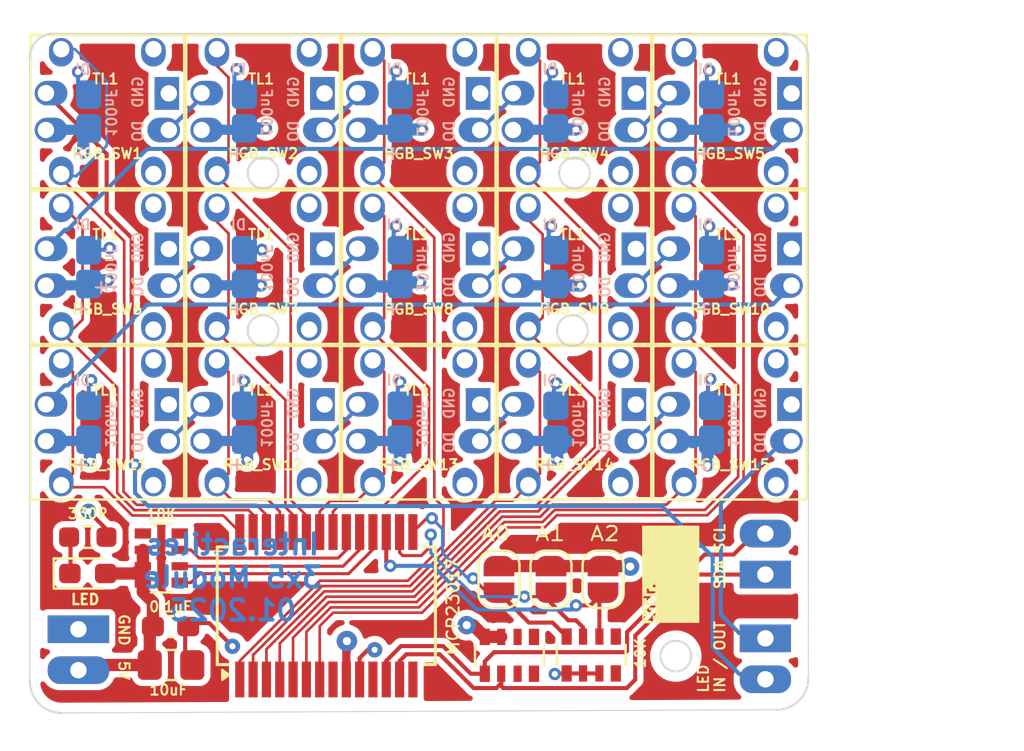
<source format=kicad_pcb>
(kicad_pcb (version 20240108) (generator "pcbnew") (generator_version "8.0")
  (layers (0 "F.Cu" signal) (1 "In1.Cu" power) (2 "In2.Cu" power) (31 "B.Cu" signal) (34 "B.Paste" user) (35 "F.Paste" user) (36 "B.SilkS" user "B.Silkscreen") (37 "F.SilkS" user "F.Silkscreen") (38 "B.Mask" user) (39 "F.Mask" user) (44 "Edge.Cuts" user))
  (net 0 "")
  (net 1 "+5V")
  (net 2 "Net-(D1-Pad1)")
  (net 3 "GND")
  (net 4 "SW2")
  (net 5 "SW5")
  (net 6 "SW8")
  (net 7 "SW10")
  (net 8 "SW9")
  (net 9 "SW15")
  (net 10 "SW12")
  (net 11 "SW11")
  (net 12 "SW1")
  (net 13 "SW6")
  (net 14 "SW4")
  (net 15 "SW3")
  (net 16 "SW14")
  (net 17 "SW13")
  (net 18 "SW7")
  (net 19 "LED_OUT")
  (net 20 "LED_IN")
  (net 21 "Net-(RGB_SW2-DIN)")
  (net 22 "Net-(RGB_SW3-DIN)")
  (net 23 "Net-(RGB_SW10-DIN)")
  (net 24 "Net-(RGB_SW4-DIN)")
  (net 25 "Net-(RGB_SW5-DIN)")
  (net 26 "Net-(RGB_SW6-DIN)")
  (net 27 "Net-(RGB_SW11-DIN)")
  (net 28 "Net-(RGB_SW8-DIN)")
  (net 29 "Net-(RGB_SW7-DIN)")
  (net 30 "Net-(RGB_SW9-DIN)")
  (net 31 "Net-(RGB_SW12-DIN)")
  (net 32 "Net-(RGB_SW13-DIN)")
  (net 33 "Net-(RGB_SW14-DIN)")
  (net 34 "Net-(RGB_SW15-DIN)")
  (net 35 "SDA")
  (net 36 "SCL")
  (net 44 "Net-(JP2-A)")
  (net 45 "Net-(JP1-A)")
  (net 46 "Net-(JP3-A)")
  (net 47 "Net-(RN2-R1.1)")
  (net 48 "Net-(RN2-R2.1)")
  (net 49 "Net-(RN2-R3.1)")
  (footprint "SilvansFootprintLibrary:TL1_RBG_Adressable_1_mini" (layer "F.Cu") (at 131.720995 60.02)
    (property "Reference" "RGB_SW4")
    (property "Value" "PLB_RGB_SW")
  )
  (footprint "SilvansFootprintLibrary:TL1_RBG_Adressable_1_mini" (layer "F.Cu") (at 124.120995 67.62)
    (property "Reference" "RGB_SW8")
    (property "Value" "PLB_RGB_SW")
  )
  (footprint "SilvansFootprintLibrary:TL1_RBG_Adressable_1_mini" (layer "F.Cu") (at 108.920995 67.62)
    (property "Reference" "RGB_SW6")
    (property "Value" "PLB_RGB_SW")
  )
  (footprint "Resistor_SMD:R_Array_Convex_4x0603" (layer "F.Cu") (at 132.540594 86.5664 90)
    (property "Reference" "RN1" (hide yes))
    (property "Value" "R_Pack04")
  )
  (footprint "Resistor_SMD:R_Array_Convex_4x0603" (layer "F.Cu") (at 128.546595 86.5808 90)
    (property "Reference" "RN3" (hide yes))
    (property "Value" "R_Pack04")
  )
  (footprint "SilvansFootprintLibrary:TL1_RBG_Adressable_1_mini" (layer "F.Cu") (at 139.320995 67.62)
    (property "Reference" "RGB_SW10")
    (property "Value" "PLB_RGB_SW")
  )
  (footprint "SilvansFootprintLibrary:TL1_RBG_Adressable_1_mini" (layer "F.Cu") (at 131.720995 67.62)
    (property "Reference" "RGB_SW9")
    (property "Value" "PLB_RGB_SW")
  )
  (footprint "Capacitor_SMD:C_0603_1608Metric_Pad1.08x0.95mm_HandSolder" (layer "F.Cu") (at 112.005499 85.1752)
    (property "Reference" "0.1uF")
    (property "Value" "0.1uF")
  )
  (footprint "SilvansFootprintLibrary:TL1_RBG_Adressable_1_mini" (layer "F.Cu") (at 139.320995 60.02)
    (property "Reference" "RGB_SW5")
    (property "Value" "PLB_RGB_SW")
  )
  (footprint "SilvansFootprintLibrary:TL1_RBG_Adressable_1_mini" (layer "F.Cu") (at 131.720995 75.22)
    (property "Reference" "RGB_SW14")
    (property "Value" "PLB_RGB_SW")
  )
  (footprint "SilvansFootprintLibrary:TL1_RBG_Adressable_1_mini" (layer "F.Cu") (at 139.320995 75.22)
    (property "Reference" "RGB_SW15")
    (property "Value" "PLB_RGB_SW")
  )
  (footprint "Resistor_SMD:R_0603_1608Metric_Pad0.98x0.95mm_HandSolder" (layer "F.Cu") (at 107.964995 80.8064)
    (property "Reference" "R1" (hide yes))
    (property "Value" "330R")
  )
  (footprint "SilvansFootprintLibrary:TL1_RBG_Adressable_1_mini" (layer "F.Cu") (at 108.920995 60.02)
    (property "Reference" "RGB_SW1")
    (property "Value" "PLB_RGB_SW")
  )
  (footprint "Jumper:SolderJumper-2_P1.3mm_Open_RoundedPad1.0x1.5mm" (layer "F.Cu") (at 133.118595 82.872399 90)
    (property "Reference" "JP3" (hide yes))
    (property "Value" "SolderJumper_2_Open")
  )
  (footprint "Jumper:SolderJumper-2_P1.3mm_Open_RoundedPad1.0x1.5mm" (layer "F.Cu") (at 128.038594 82.872396 90)
    (property "Reference" "JP1" (hide yes))
    (property "Value" "SolderJumper_2_Open")
  )
  (footprint "Capacitor_SMD:C_0805_2012Metric_Pad1.18x1.45mm_HandSolder" (layer "F.Cu") (at 112.028995 87.0548)
    (property "Reference" "10uF")
    (property "Value" "10uF")
  )
  (footprint "Jumper:SolderJumper-2_P1.3mm_Open_RoundedPad1.0x1.5mm" (layer "F.Cu") (at 130.578595 82.8724 90)
    (property "Reference" "JP2" (hide yes))
    (property "Value" "SolderJumper_2_Open")
  )
  (footprint "SilvansFootprintLibrary:TL1_RBG_Adressable_1_mini" (layer "F.Cu") (at 124.120995 75.22)
    (property "Reference" "RGB_SW13")
    (property "Value" "PLB_RGB_SW")
  )
  (footprint "SilvansFootprintLibrary:TL1_RBG_Adressable_1_mini" (layer "F.Cu") (at 116.520995 60.02)
    (property "Reference" "RGB_SW2")
    (property "Value" "PLB_RGB_SW")
  )
  (footprint "Resistor_SMD:R_Array_Convex_4x0603" (layer "F.Cu") (at 111.553995 81.831 180)
    (property "Reference" "RN2" (hide yes))
    (property "Value" "R_Pack04")
  )
  (footprint "SilvansFootprintLibrary:TL1_RBG_Adressable_1_mini" (layer "F.Cu") (at 116.520995 67.62)
    (property "Reference" "RGB_SW7")
    (property "Value" "PLB_RGB_SW")
  )
  (footprint "SilvansFootprintLibrary:TL1_RBG_Adressable_1_mini" (layer "F.Cu") (at 108.920995 75.22)
    (property "Reference" "RGB_SW11")
    (property "Value" "PLB_RGB_SW")
  )
  (footprint "SilvansFootprintLibrary:TL1_RBG_Adressable_1_mini" (layer "F.Cu") (at 124.120995 60.02)
    (property "Reference" "RGB_SW3")
    (property "Value" "PLB_RGB_SW")
  )
  (footprint "LED_SMD:LED_0603_1608Metric_Pad1.05x0.95mm_HandSolder" (layer "F.Cu") (at 107.964995 82.5844)
    (property "Reference" "LED")
    (property "Value" "LED")
  )
  (footprint "SilvansFootprintLibrary:TL1_RBG_Adressable_1_mini" (layer "F.Cu") (at 116.520995 75.22)
    (property "Reference" "RGB_SW12")
    (property "Value" "PLB_RGB_SW")
  )
  (footprint "Package_SO:SSOP-28_5.3x10.2mm_P0.65mm" (layer "F.Cu") (at 119.610995 84.161 90)
    (property "Reference" "MCP23017")
    (property "Value" "MCP23017_SS")
  )
  (footprint "Connector_PinHeader_2.00mm:PinHeader_1x02_P2.00mm_Vertical" (layer "B.Cu") (at 107.507795 87.3088)
    (property "Reference" "J1" (hide yes))
    (property "Value" "PINHD_1x2_Male" (hide yes))
  )
  (footprint "Connector_PinHeader_2.00mm:PinHeader_1x02_P2.00mm_Vertical" (layer "B.Cu") (at 141.043395 80.6024 180)
    (property "Reference" "J4" (hide yes))
    (property "Value" "PINHD_1x2_Female" (hide yes))
  )
  (footprint "Connector_PinHeader_2.00mm:PinHeader_1x02_P2.00mm_Vertical" (layer "B.Cu") (at 141.043395 87.784)
    (property "Reference" "J2" (hide yes))
    (property "Value" "PINHD_1x2_Female" (hide yes))
  )
  (gr_rect (start 135.752595 82.561) (end 137.792195 84.972) (stroke (width 0.05)) (fill solid) (layer "F.SilkS"))
  (gr_rect (start 135.048995 80.27) (end 137.792195 83.0629) (stroke (width 0.05)) (fill solid) (layer "F.SilkS"))
  (gr_arc (start 105.131088 57.4024) (mid 105.48255 56.553862) (end 106.331088 56.2024) (stroke (width 0.1)) (layer "Edge.Cuts"))
  (gr_line (start 143.148279 57.521231) (end 143.14074 87.680546) (stroke (width 0.05)) (layer "Edge.Cuts"))
  (gr_line (start 105.131088 57.4024) (end 105.139268 87.792417) (stroke (width 0.05)) (layer "Edge.Cuts"))
  (gr_circle (center 131.620995 70.72) (end 132.370995 70.72) (stroke (width 0.1)) (fill none) (layer "Edge.Cuts"))
  (gr_circle (center 116.520995 70.72) (end 117.270995 70.72) (stroke (width 0.1)) (fill none) (layer "Edge.Cuts"))
  (gr_circle (center 116.520995 63.02) (end 117.270995 63.02) (stroke (width 0.1)) (fill none) (layer "Edge.Cuts"))
  (gr_line (start 106.697808 89.396759) (end 141.534928 89.237615) (stroke (width 0.05)) (layer "Edge.Cuts"))
  (gr_circle (center 136.670995 86.62) (end 137.420995 86.62) (stroke (width 0.1)) (fill none) (layer "Edge.Cuts"))
  (gr_circle (center 131.720995 63.02) (end 132.470995 63.02) (stroke (width 0.1)) (fill none) (layer "Edge.Cuts"))
  (gr_line (start 106.331088 56.2024) (end 141.882562 56.203872) (stroke (width 0.05)) (layer "Edge.Cuts"))
  (gr_arc (start 143.139268 87.679074) (mid 142.671588 88.802664) (end 141.534928 89.237615) (stroke (width 0.1)) (layer "Edge.Cuts"))
  (gr_arc (start 141.882562 56.203872) (mid 142.795995 56.592976) (end 143.148279 57.521231) (stroke (width 0.1)) (layer "Edge.Cuts"))
  (gr_arc (start 106.697808 89.396759) (mid 105.574202 88.929094) (end 105.139268 87.792417) (stroke (width 0.1)) (layer "Edge.Cuts"))
  (gr_text "Interactiles\n3x5 Module\n01.2025" (at 115.026195 84.972 0) (layer "B.Cu") (effects (font (size 1 1) (thickness 0.2) (bold yes)) (justify bottom mirror)))
  (gr_text "GND" (at 125.898995 58.242 90) (layer "B.SilkS") (effects (font (size 0.5 0.5) (thickness 0.1)) (justify left bottom mirror)))
  (gr_text "+" (at 109.120995 68.97 0) (layer "B.SilkS") (effects (font (size 0.7 0.7) (thickness 0.1)) (justify left bottom mirror)))
  (gr_text "Addr." (at 135.701795 85.0228 90) (layer "F.SilkS" knockout) (effects (font (size 0.5 0.5) (thickness 0.1)) (justify left bottom)))
  (gr_text "SDA SCL" (at 139.112995 81.7548 90) (layer "F.SilkS") (effects (font (size 0.5 0.5) (thickness 0.1)) (justify bottom)))
  (gr_text "10K" (at 111.553997 79.981001 0) (layer "F.SilkS") (effects (font (size 0.5 0.5) (thickness 0.1)) (justify bottom)))
  (gr_text "LED \nIN / OUT" (at 139.112995 88.4604 90) (layer "F.SilkS") (effects (font (size 0.5 0.5) (thickness 0.1)) (justify left bottom)))
  (gr_text "A0  A1  A2" (at 127.083455 81.0509 0) (layer "F.SilkS") (effects (font (size 0.7 0.8) (thickness 0.1)) (justify left bottom)))
  (gr_text "GND  5V" (at 109.438195 84.5148 270) (layer "F.SilkS") (effects (font (size 0.5 0.5) (thickness 0.1) (bold yes)) (justify left bottom)))
  (gr_text "10K" (at 135.232996 86.4792 90) (layer "F.SilkS") (effects (font (size 0.5 0.5) (thickness 0.1)) (justify bottom)))
  (segment (start 130.578595 82.2224) (end 128.038598 82.2224) (width 0.6) (layer "F.Cu") (net 1))
  (segment (start 128.038594 82.222396) (end 127.878098 82.0619) (width 0.6) (layer "F.Cu") (net 1))
  (segment (start 110.653994 83.493001) (end 110.653994 83.030997) (width 0.6) (layer "F.Cu") (net 1))
  (segment (start 107.886995 87.038) (end 107.870995 87.022) (width 0.6) (layer "F.Cu") (net 1))
  (segment (start 108.108995 87.038) (end 107.870995 87.276) (width 0.6) (layer "F.Cu") (net 1))
  (segment (start 110.991495 87.0548) (end 110.991495 85.326704) (width 0.6) (layer "F.Cu") (net 1))
  (segment (start 134.413994 82.222399) (end 133.118595 82.222399) (width 0.6) (layer "F.Cu") (net 1))
  (segment (start 108.839995 82.5844) (end 110.300594 82.5844) (width 0.6) (layer "F.Cu") (net 1))
  (segment (start 110.991495 85.326704) (end 111.142999 85.1752) (width 0.6) (layer "F.Cu") (net 1))
  (segment (start 110.991495 87.0548) (end 108.092195 87.0548) (width 0.6) (layer "F.Cu") (net 1))
  (segment (start 128.038598 82.2224) (end 128.038594 82.222396) (width 0.6) (layer "F.Cu") (net 1))
  (segment (start 111.142999 83.982006) (end 110.653994 83.493001) (width 0.6) (layer "F.Cu") (net 1))
  (segment (start 132.958096 82.0619) (end 133.118595 82.222399) (width 0.6) (layer "F.Cu") (net 1))
  (segment (start 120.585996 86.387999) (end 120.585996 87.761) (width 0.4) (layer "F.Cu") (net 1))
  (segment (start 110.653994 81.431001) (end 110.653994 83.030997) (width 0.6) (layer "F.Cu") (net 1))
  (segment (start 108.092195 87.0548) (end 107.870995 87.276) (width 0.6) (layer "F.Cu") (net 1))
  (segment (start 110.300594 82.5844) (end 110.653995 82.230999) (width 0.6) (layer "F.Cu") (net 1))
  (segment (start 120.614195 86.3598) (end 120.585996 86.387999) (width 0.4) (layer "F.Cu") (net 1))
  (segment (start 111.142999 85.1752) (end 111.142999 83.982006) (width 0.6) (layer "F.Cu") (net 1))
  (segment (start 126.773396 85.1076) (end 127.346596 85.6808) (width 0.6) (layer "F.Cu") (net 1))
  (segment (start 127.346596 85.6808) (end 128.146595 85.6808) (width 0.6) (layer "F.Cu") (net 1))
  (segment (start 120.614195 85.8864) (end 120.614195 86.3598) (width 0.4) (layer "F.Cu") (net 1))
  (segment (start 127.867098 82.0509) (end 128.038594 82.222396) (width 0.6) (layer "F.Cu") (net 1))
  (segment (start 134.439395 82.2478) (end 134.413994 82.222399) (width 0.6) (layer "F.Cu") (net 1))
  (segment (start 130.578595 82.2224) (end 133.118595 82.222399) (width 0.6) (layer "F.Cu") (net 1))
  (segment (start 126.463795 85.1076) (end 126.773396 85.1076) (width 0.6) (layer "F.Cu") (net 1))
  (via (at 107.743995 62.019) (size 0.6) (drill 0.3) (layers "F.Cu" "B.Cu") (net 1))
  (via (at 131.800495 60.8928) (size 0.6) (drill 0.3) (layers "F.Cu" "B.Cu") (net 1))
  (via (at 108.066595 77.0676) (size 0.6) (drill 0.3) (layers "F.Cu" "B.Cu") (net 1))
  (via (at 116.662095 60.842) (size 0.6) (drill 0.3) (layers "F.Cu" "B.Cu") (net 1))
  (via (at 120.614195 85.8864) (size 1) (drill 0.4) (layers "F.Cu" "B.Cu") (net 1))
  (via (at 130.875795 77.0168) (size 0.6) (drill 0.3) (layers "F.Cu" "B.Cu") (net 1))
  (via (at 132.003695 68.5128) (size 0.6) (drill 0.3) (layers "F.Cu" "B.Cu") (net 1))
  (via (at 115.737395 77.0168) (size 0.6) (drill 0.3) (layers "F.Cu" "B.Cu") (net 1))
  (via (at 108.950595 68.2588) (size 0.6) (drill 0.3) (layers "F.Cu" "B.Cu") (net 1))
  (via (at 134.439395 82.2478) (size 0.9) (drill 0.4) (layers "F.Cu" "B.Cu") (net 1))
  (via (at 139.725295 60.8928) (size 0.6) (drill 0.3) (layers "F.Cu" "B.Cu") (net 1))
  (via (at 116.418195 68.5128) (size 0.6) (drill 0.3) (layers "F.Cu" "B.Cu") (net 1))
  (via (at 123.204995 77.0168) (size 0.6) (drill 0.3) (layers "F.Cu" "B.Cu") (net 1))
  (via (at 139.410195 68.462) (size 0.6) (drill 0.3) (layers "F.Cu" "B.Cu") (net 1))
  (via (at 138.223994 77.294591) (size 0.6) (drill 0.3) (layers "F.Cu" "B.Cu") (net 1))
  (via (at 124.190595 68.3604) (size 0.6) (drill 0.3) (layers "F.Cu" "B.Cu") (net 1))
  (via (at 126.463795 85.1076) (size 0.9) (drill 0.4) (layers "F.Cu" "B.Cu") (net 1))
  (via (at 124.282095 60.8928) (size 0.6) (drill 0.3) (layers "F.Cu" "B.Cu") (net 1))
  (segment (start 124.190595 68.3604) (end 123.814595 68.3604) (width 0.6) (layer "B.Cu") (net 1))
  (segment (start 131.401586 76.116) (end 130.568403 76.116) (width 0.6) (layer "B.Cu") (net 1))
  (segment (start 107.743995 62.019) (end 107.743995 61.643) (width 0.6) (layer "B.Cu") (net 1))
  (segment (start 139.021586 60.876) (end 138.188403 60.876) (width 0.6) (layer "B.Cu") (net 1))
  (segment (start 108.066595 77.0676) (end 108.066595 76.6916) (width 0.6) (layer "B.Cu") (net 1))
  (segment (start 116.662095 60.842) (end 115.930295 60.842) (width 0.6) (layer "B.Cu") (net 1))
  (segment (start 132.003695 68.5128) (end 131.271895 68.5128) (width 0.6) (layer "B.Cu") (net 1))
  (segment (start 139.410195 68.462) (end 139.044295 68.462) (width 0.6) (layer "B.Cu") (net 1))
  (segment (start 123.781586 68.369) (end 122.948403 68.369) (width 0.6) (layer "B.Cu") (net 1))
  (segment (start 131.800495 60.8928) (end 131.068695 60.8928) (width 0.6) (layer "B.Cu") (net 1))
  (segment (start 131.401586 68.496) (end 130.568403 68.496) (width 0.6) (layer "B.Cu") (net 1))
  (segment (start 139.725295 60.8928) (end 138.993495 60.8928) (width 0.6) (layer "B.Cu") (net 1))
  (segment (start 115.737395 77.0168) (end 115.737395 76.6408) (width 0.6) (layer "B.Cu") (net 1))
  (segment (start 107.672812 68.496) (end 107.598812 68.57) (width 0.6) (layer "B.Cu") (net 1))
  (segment (start 139.044295 68.462) (end 138.993495 68.5128) (width 0.6) (layer "B.Cu") (net 1))
  (segment (start 130.875795 77.0168) (end 130.875795 76.6408) (width 0.6) (layer "B.Cu") (net 1))
  (segment (start 116.418195 68.5128) (end 116.042195 68.5128) (width 0.6) (layer "B.Cu") (net 1))
  (segment (start 108.950595 68.2588) (end 108.574595 68.2588) (width 0.6) (layer "B.Cu") (net 1))
  (segment (start 139.021586 68.496) (end 138.188403 68.496) (width 0.6) (layer "B.Cu") (net 1))
  (segment (start 122.982995 68.57) (end 122.270995 68.57) (width 0.6) (layer "B.Cu") (net 1))
  (segment (start 137.570995 76.17) (end 137.470995 76.17) (width 0.6) (layer "B.Cu") (net 1))
  (segment (start 123.204995 77.0168) (end 123.204995 76.6408) (width 0.6) (layer "B.Cu") (net 1))
  (segment (start 124.282095 60.8928) (end 123.550295 60.8928) (width 0.6) (layer "B.Cu") (net 1))
  (segment (start 138.223994 77.294591) (end 138.223995 76.461408) (width 0.6) (layer "B.Cu") (net 1))
  (segment (start 115.919995 60.842) (end 115.919995 60.59834) (width 0.6) (layer "B.Cu") (net 1))
  (segment (start 107.122995 82.466) (end 107.122995 80.7255) (width 0.2) (layer "F.Cu") (net 2))
  (segment (start 107.122995 80.7255) (end 107.085495 80.688) (width 0.2) (layer "F.Cu") (net 2))
  (segment (start 121.635997 86.310998) (end 121.235995 86.711) (width 0.2) (layer "F.Cu") (net 3))
  (segment (start 115.026195 86.1404) (end 113.891795 85.006) (width 0.2) (layer "F.Cu") (net 3))
  (segment (start 121.967995 86.310998) (end 121.635997 86.310998) (width 0.2) (layer "F.Cu") (net 3))
  (segment (start 131.340593 87.466401) (end 132.940594 87.4664) (width 0.2) (layer "F.Cu") (net 3))
  (segment (start 131.340593 87.466401) (end 130.791395 87.466401) (width 0.2) (layer "F.Cu") (net 3))
  (segment (start 112.519999 85.006) (end 112.718495 85.204496) (width 0.2) (layer "F.Cu") (net 3))
  (segment (start 113.891795 85.006) (end 112.519999 85.006) (width 0.2) (layer "F.Cu") (net 3))
  (segment (start 112.718495 85.204496) (end 112.718495 87.038) (width 0.2) (layer "F.Cu") (net 3))
  (segment (start 132.111795 87.4952) (end 132.140595 87.4664) (width 0.2) (layer "F.Cu") (net 3))
  (segment (start 130.791395 87.466401) (end 130.762596 87.4952) (width 0.2) (layer "F.Cu") (net 3))
  (segment (start 108.910495 80.688) (end 108.910495 80.4575) (width 0.2) (layer "F.Cu") (net 3))
  (segment (start 121.235995 86.711) (end 121.235995 87.761002) (width 0.2) (layer "F.Cu") (net 3))
  (segment (start 108.910495 80.4575) (end 107.997995 79.545) (width 0.2) (layer "F.Cu") (net 3))
  (via (at 115.026195 86.1404) (size 0.75) (drill 0.3) (layers "F.Cu" "B.Cu") (net 3))
  (via (at 115.236995 57.955) (size 0.6) (drill 0.3) (layers "F.Cu" "B.Cu") (net 3))
  (via (at 130.836395 73.2922) (size 0.6) (drill 0.3) (layers "F.Cu" "B.Cu") (net 3))
  (via (at 123.013195 58.0522) (size 0.6) (drill 0.3) (layers "F.Cu" "B.Cu") (net 3))
  (via (at 121.967995 86.310998) (size 0.75) (drill 0.3) (layers "F.Cu" "B.Cu") (net 3))
  (via (at 107.489995 58.082) (size 0.6) (drill 0.3) (layers "F.Cu" "B.Cu") (net 3))
  (via (at 130.578595 65.6258) (size 0.6) (drill 0.3) (layers "F.Cu" "B.Cu") (net 3))
  (via (at 108.128795 73.1398) (size 0.6) (drill 0.3) (layers "F.Cu" "B.Cu") (net 3))
  (via (at 130.762596 87.4952) (size 0.6) (drill 0.3) (layers "F.Cu" "B.Cu") (net 3))
  (via (at 130.633195 58.103) (size 0.6) (drill 0.3) (layers "F.Cu" "B.Cu") (net 3))
  (via (at 109.031795 66.684) (size 0.6) (drill 0.3) (layers "F.Cu" "B.Cu") (net 3))
  (via (at 123.013195 65.6214) (size 0.6) (drill 0.3) (layers "F.Cu" "B.Cu") (net 3))
  (via (at 123.216395 73.2414) (size 0.6) (drill 0.3) (layers "F.Cu" "B.Cu") (net 3))
  (via (at 116.465995 66.77) (size 0.6) (drill 0.3) (layers "F.Cu" "B.Cu") (net 3))
  (via (at 138.300195 65.6258) (size 0.6) (drill 0.3) (layers "F.Cu" "B.Cu") (net 3))
  (via (at 107.997995 79.545) (size 0.75) (drill 0.3) (layers "F.Cu" "B.Cu") (net 3))
  (via (at 138.354795 73.089) (size 0.6) (drill 0.3) (layers "F.Cu" "B.Cu") (net 3))
  (via (at 115.596395 73.1906) (size 0.6) (drill 0.3) (layers "F.Cu" "B.Cu") (net 3))
  (via (at 138.300195 58.0058) (size 0.6) (drill 0.3) (layers "F.Cu" "B.Cu") (net 3))
  (segment (start 122.900195 66.8364) (end 122.900195 65.7344) (width 0.2) (layer "B.Cu") (net 3))
  (segment (start 138.187195 59.2208) (end 138.187195 58.1188) (width 0.2) (layer "B.Cu") (net 3))
  (segment (start 107.489995 58.082) (end 107.489995 59.136) (width 0.2) (layer "B.Cu") (net 3))
  (segment (start 109.031795 66.684) (end 108.945795 66.77) (width 0.2) (layer "B.Cu") (net 3))
  (segment (start 123.103395 74.4564) (end 123.103395 73.3544) (width 0.2) (layer "B.Cu") (net 3))
  (segment (start 115.123995 59.17) (end 115.123995 58.068) (width 0.2) (layer "B.Cu") (net 3))
  (segment (start 130.465595 66.8408) (end 130.465595 65.7388) (width 0.2) (layer "B.Cu") (net 3))
  (segment (start 138.241795 74.304) (end 138.241795 73.202) (width 0.2) (layer "B.Cu") (net 3))
  (segment (start 115.483395 74.4056) (end 115.483395 73.3036) (width 0.2) (layer "B.Cu") (net 3))
  (segment (start 138.187195 66.8408) (end 138.187195 65.7388) (width 0.2) (layer "B.Cu") (net 3))
  (segment (start 108.015795 74.3548) (end 108.015795 73.2528) (width 0.2) (layer "B.Cu") (net 3))
  (segment (start 122.900195 59.2672) (end 122.900195 58.1652) (width 0.2) (layer "B.Cu") (net 3))
  (segment (start 115.123995 58.068) (end 115.236995 57.955) (width 0.2) (layer "B.Cu") (net 3))
  (segment (start 115.534195 66.7856) (end 116.085195 66.2346) (width 0.2) (layer "B.Cu") (net 3))
  (segment (start 116.465995 66.77) (end 115.123995 66.77) (width 0.2) (layer "B.Cu") (net 3))
  (segment (start 107.489995 59.136) (end 107.523995 59.17) (width 0.2) (layer "B.Cu") (net 3))
  (segment (start 108.945795 66.77) (end 107.523995 66.77) (width 0.2) (layer "B.Cu") (net 3))
  (segment (start 130.723395 74.5072) (end 130.723395 73.4052) (width 0.2) (layer "B.Cu") (net 3))
  (segment (start 130.520195 59.318) (end 130.520195 58.216) (width 0.2) (layer "B.Cu") (net 3))
  (segment (start 118.635994 79.752999) (end 118.635994 80.561) (width 0.13) (layer "F.Cu") (net 4))
  (segment (start 117.870995 78.988) (end 118.635994 79.752999) (width 0.13) (layer "F.Cu") (net 4))
  (segment (start 114.835995 58.353031) (end 114.270995 57.788031) (width 0.13) (layer "F.Cu") (net 4))
  (segment (start 114.270995 57.788031) (end 114.270995 56.972) (width 0.13) (layer "F.Cu") (net 4))
  (segment (start 114.270995 63.17) (end 114.420995 63.02) (width 0.2) (layer "F.Cu") (net 4))
  (segment (start 114.835995 62.503) (end 114.835995 58.353031) (width 0.13) (layer "F.Cu") (net 4))
  (segment (start 114.270995 63.17) (end 117.870995 66.77) (width 0.13) (layer "F.Cu") (net 4))
  (segment (start 114.270995 63.068) (end 114.835995 62.503) (width 0.13) (layer "F.Cu") (net 4))
  (segment (start 114.420995 57.02) (end 114.270995 56.87) (width 0.2) (layer "F.Cu") (net 4))
  (segment (start 117.870995 66.77) (end 117.870995 78.988) (width 0.13) (layer "F.Cu") (net 4))
  (segment (start 130.272779 80.331) (end 130.863779 79.74) (width 0.13) (layer "F.Cu") (net 5))
  (segment (start 137.635995 57.537) (end 137.070995 56.972) (width 0.13) (layer "F.Cu") (net 5))
  (segment (start 119.285995 85.153576) (end 119.941571 84.498) (width 0.13) (layer "F.Cu") (net 5))
  (segment (start 128.446395 80.331) (end 130.272779 80.331) (width 0.13) (layer "F.Cu") (net 5))
  (segment (start 124.279395 84.498) (end 128.446395 80.331) (width 0.13) (layer "F.Cu") (net 5))
  (segment (start 137.070995 63.17) (end 137.220995 63.02) (width 0.13) (layer "F.Cu") (net 5))
  (segment (start 119.941571 84.498) (end 124.279395 84.498) (width 0.13) (layer "F.Cu") (net 5))
  (segment (start 139.975195 77.9658) (end 139.975195 66.0742) (width 0.13) (layer "F.Cu") (net 5))
  (segment (start 138.200995 79.74) (end 139.975195 77.9658) (width 0.13) (layer "F.Cu") (net 5))
  (segment (start 139.975195 66.0742) (end 137.070995 63.17) (width 0.13) (layer "F.Cu") (net 5))
  (segment (start 137.070995 63.068) (end 137.635995 62.503) (width 0.13) (layer "F.Cu") (net 5))
  (segment (start 137.220995 57.02) (end 137.070995 56.87) (width 0.13) (layer "F.Cu") (net 5))
  (segment (start 119.285995 87.761) (end 119.285995 85.153576) (width 0.13) (layer "F.Cu") (net 5))
  (segment (start 137.635995 62.503) (end 137.635995 57.537) (width 0.13) (layer "F.Cu") (net 5))
  (segment (start 130.863779 79.74) (end 138.200995 79.74) (width 0.13) (layer "F.Cu") (net 5))
  (segment (start 119.935995 80.561) (end 119.935995 79.556) (width 0.13) (layer "F.Cu") (net 6))
  (segment (start 119.935995 79.556) (end 120.194995 79.297) (width 0.13) (layer "F.Cu") (net 6))
  (segment (start 122.020995 64.62) (end 121.870995 64.47) (width 0.2) (layer "F.Cu") (net 6))
  (segment (start 121.870995 70.77) (end 122.020995 70.62) (width 0.2) (layer "F.Cu") (net 6))
  (segment (start 124.620995 73.52) (end 121.870995 70.77) (width 0.13) (layer "F.Cu") (net 6))
  (segment (start 122.435995 70.103) (end 122.435995 65.137) (width 0.13) (layer "F.Cu") (net 6))
  (segment (start 121.870995 70.668) (end 122.435995 70.103) (width 0.13) (layer "F.Cu") (net 6))
  (segment (start 122.435995 65.137) (end 121.870995 64.572) (width 0.13) (layer "F.Cu") (net 6))
  (segment (start 122.393995 79.297) (end 124.620995 77.07) (width 0.13) (layer "F.Cu") (net 6))
  (segment (start 120.194995 79.297) (end 122.393995 79.297) (width 0.13) (layer "F.Cu") (net 6))
  (segment (start 124.620995 77.07) (end 124.620995 73.52) (width 0.13) (layer "F.Cu") (net 6))
  (segment (start 137.070995 70.77) (end 137.220995 70.62) (width 0.13) (layer "F.Cu") (net 7))
  (segment (start 124.132995 84.238) (end 128.299995 80.071) (width 0.13) (layer "F.Cu") (net 7))
  (segment (start 137.635995 70.103) (end 137.070995 70.668) (width 0.13) (layer "F.Cu") (net 7))
  (segment (start 128.299995 80.071) (end 130.165083 80.071) (width 0.13) (layer "F.Cu") (net 7))
  (segment (start 137.635995 65.137) (end 137.635995 70.103) (width 0.13) (layer "F.Cu") (net 7))
  (segment (start 130.165083 80.071) (end 130.756083 79.48) (width 0.13) (layer "F.Cu") (net 7))
  (segment (start 118.635993 87.760999) (end 118.635993 85.435882) (width 0.13) (layer "F.Cu") (net 7))
  (segment (start 137.220995 64.62) (end 137.070995 64.47) (width 0.13) (layer "F.Cu") (net 7))
  (segment (start 119.833875 84.238) (end 124.132995 84.238) (width 0.13) (layer "F.Cu") (net 7))
  (segment (start 138.093299 79.48) (end 139.715195 77.858104) (width 0.13) (layer "F.Cu") (net 7))
  (segment (start 139.715195 73.4142) (end 137.070995 70.77) (width 0.13) (layer "F.Cu") (net 7))
  (segment (start 118.635993 85.435882) (end 119.833875 84.238) (width 0.13) (layer "F.Cu") (net 7))
  (segment (start 139.715195 77.858104) (end 139.715195 73.4142) (width 0.13) (layer "F.Cu") (net 7))
  (segment (start 137.070995 64.572) (end 137.635995 65.137) (width 0.13) (layer "F.Cu") (net 7))
  (segment (start 130.756083 79.48) (end 138.093299 79.48) (width 0.13) (layer "F.Cu") (net 7))
  (segment (start 130.170995 66.017231) (end 129.470995 65.317231) (width 0.13) (layer "F.Cu") (net 8))
  (segment (start 116.685994 86.282793) (end 119.510787 83.458) (width 0.13) (layer "F.Cu") (net 8))
  (segment (start 129.470995 70.77) (end 130.170995 70.07) (width 0.13) (layer "F.Cu") (net 8))
  (segment (start 132.710995 76.422) (end 132.710995 74.01) (width 0.13) (layer "F.Cu") (net 8))
  (segment (start 129.841995 79.291) (end 132.710995 76.422) (width 0.13) (layer "F.Cu") (net 8))
  (segment (start 123.805219 83.458) (end 127.972219 79.291) (width 0.13) (layer "F.Cu") (net 8))
  (segment (start 132.710995 74.01) (end 129.470995 70.77) (width 0.13) (layer "F.Cu") (net 8))
  (segment (start 129.470995 65.317231) (end 129.470995 64.572) (width 0.13) (layer "F.Cu") (net 8))
  (segment (start 129.620995 64.62) (end 129.470995 64.47) (width 0.2) (layer "F.Cu") (net 8))
  (segment (start 119.510787 83.458) (end 123.805219 83.458) (width 0.13) (layer "F.Cu") (net 8))
  (segment (start 127.972219 79.291) (end 129.841995 79.291) (width 0.13) (layer "F.Cu") (net 8))
  (segment (start 116.685994 87.760999) (end 116.685994 86.282793) (width 0.13) (layer "F.Cu") (net 8))
  (segment (start 130.170995 70.07) (end 130.170995 66.017231) (width 0.13) (layer "F.Cu") (net 8))
  (segment (start 129.470995 70.77) (end 129.620995 70.62) (width 0.2) (layer "F.Cu") (net 8))
  (segment (start 136.220995 79.22) (end 137.220995 78.22) (width 0.13) (layer "F.Cu") (net 9))
  (segment (start 130.057387 79.811) (end 130.648387 79.22) (width 0.13) (layer "F.Cu") (net 9))
  (segment (start 124.020611 83.978) (end 128.187611 79.811) (width 0.13) (layer "F.Cu") (net 9))
  (segment (start 117.985996 87.761003) (end 117.985996 85.718183) (width 0.13) (layer "F.Cu") (net 9))
  (segment (start 137.220995 72.22) (end 137.070995 72.07) (width 0.13) (layer "F.Cu") (net 9))
  (segment (start 119.726179 83.978) (end 124.020611 83.978) (width 0.13) (layer "F.Cu") (net 9))
  (segment (start 130.648387 79.22) (end 136.220995 79.22) (width 0.13) (layer "F.Cu") (net 9))
  (segment (start 137.635995 77.703) (end 137.070995 78.268) (width 0.13) (layer "F.Cu") (net 9))
  (segment (start 117.985996 85.718183) (end 119.726179 83.978) (width 0.13) (layer "F.Cu") (net 9))
  (segment (start 128.187611 79.811) (end 130.057387 79.811) (width 0.13) (layer "F.Cu") (net 9))
  (segment (start 137.070995 72.172) (end 137.635995 72.737) (width 0.13) (layer "F.Cu") (net 9))
  (segment (start 137.635995 72.737) (end 137.635995 77.703) (width 0.13) (layer "F.Cu") (net 9))
  (segment (start 114.973998 78.971003) (end 116.750998 78.971003) (width 0.13) (layer "F.Cu") (net 10))
  (segment (start 114.835995 72.737) (end 114.270995 72.172) (width 0.13) (layer "F.Cu") (net 10))
  (segment (start 117.335995 79.556) (end 117.335995 80.561) (width 0.13) (layer "F.Cu") (net 10))
  (segment (start 116.750998 78.971003) (end 117.335995 79.556) (width 0.13) (layer "F.Cu") (net 10))
  (segment (start 114.270995 78.268) (end 114.973998 78.971003) (width 0.13) (layer "F.Cu") (net 10))
  (segment (start 114.270995 78.268) (end 114.835995 77.703) (width 0.13) (layer "F.Cu") (net 10))
  (segment (start 114.270995 78.37) (end 114.420995 78.22) (width 0.13) (layer "F.Cu") (net 10))
  (segment (start 114.835995 77.703) (end 114.835995 72.737) (width 0.13) (layer "F.Cu") (net 10))
  (segment (start 114.420995 72.22) (end 114.270995 72.07) (width 0.13) (layer "F.Cu") (net 10))
  (segment (start 110.135606 79.751003) (end 108.754603 78.37) (width 0.13) (layer "F.Cu") (net 11))
  (segment (start 108.754603 78.37) (end 106.670995 78.37) (width 0.13) (layer "F.Cu") (net 11))
  (segment (start 107.235995 77.703) (end 107.235995 72.737) (width 0.13) (layer "F.Cu") (net 11))
  (segment (start 107.235995 72.737) (end 106.670995 72.172) (width 0.13) (layer "F.Cu") (net 11))
  (segment (start 114.575997 79.751003) (end 110.135606 79.751003) (width 0.13) (layer "F.Cu") (net 11))
  (segment (start 106.670995 78.268) (end 107.235995 77.703) (width 0.13) (layer "F.Cu") (net 11))
  (segment (start 115.385997 80.561003) (end 114.575997 79.751003) (width 0.13) (layer "F.Cu") (net 11))
  (segment (start 116.192998 79.231003) (end 116.685994 79.723999) (width 0.13) (layer "F.Cu") (net 12))
  (segment (start 109.742995 76.998969) (end 109.705995 77.035969) (width 0.13) (layer "F.Cu") (net 12))
  (segment (start 106.670995 63.274038) (end 109.742995 66.346038) (width 0.13) (layer "F.Cu") (net 12))
  (segment (start 106.670995 63.269724) (end 106.670995 63.274038) (width 0.13) (layer "F.Cu") (net 12))
  (segment (start 109.742995 66.346038) (end 109.742995 76.998969) (width 0.13) (layer "F.Cu") (net 12))
  (segment (start 110.350998 79.231003) (end 116.192998 79.231003) (width 0.13) (layer "F.Cu") (net 12))
  (segment (start 109.705995 78.586) (end 110.350998 79.231003) (width 0.13) (layer "F.Cu") (net 12))
  (segment (start 116.685994 79.723999) (end 116.685994 80.561001) (width 0.13) (layer "F.Cu") (net 12))
  (segment (start 109.705995 77.035969) (end 109.705995 78.586) (width 0.13) (layer "F.Cu") (net 12))
  (segment (start 108.888995 61.687173) (end 108.620995 61.955173) (width 0.13) (layer "B.Cu") (net 12))
  (segment (start 108.620995 61.955173) (end 107.406168 63.17) (width 0.15) (layer "B.Cu") (net 12))
  (segment (start 107.406168 63.17) (end 106.670995 63.17) (width 0.15) (layer "B.Cu") (net 12))
  (segment (start 108.888995 58.526908) (end 108.888995 61.687173) (width 0.13) (layer "B.Cu") (net 12))
  (segment (start 107.334087 56.972) (end 108.888995 58.526908) (width 0.13) (layer "B.Cu") (net 12))
  (segment (start 106.670995 56.87) (end 107.091168 56.87) (width 0.15) (layer "B.Cu") (net 12))
  (segment (start 106.670995 56.972) (end 107.334087 56.972) (width 0.13) (layer "B.Cu") (net 12))
  (segment (start 109.400995 78.648696) (end 109.400995 73.5) (width 0.13) (layer "F.Cu") (net 13))
  (segment (start 107.710995 65.612) (end 106.670995 64.572) (width 0.13) (layer "F.Cu") (net 13))
  (segment (start 107.710995 70.18) (end 107.710995 65.612) (width 0.13) (layer "F.Cu") (net 13))
  (segment (start 116.035996 80.561001) (end 116.035996 79.709001) (width 0.13) (layer "F.Cu") (net 13))
  (segment (start 106.670995 70.77) (end 107.120995 70.77) (width 0.13) (layer "F.Cu") (net 13))
  (segment (start 116.035996 79.709001) (end 115.817998 79.491003) (width 0.13) (layer "F.Cu") (net 13))
  (segment (start 110.243302 79.491003) (end 109.400995 78.648696) (width 0.13) (layer "F.Cu") (net 13))
  (segment (start 106.670995 64.572) (end 106.670995 64.47) (width 0.13) (layer "F.Cu") (net 13))
  (segment (start 107.120995 70.77) (end 107.710995 70.18) (width 0.13) (layer "F.Cu") (net 13))
  (segment (start 115.817998 79.491003) (end 110.243302 79.491003) (width 0.13) (layer "F.Cu") (net 13))
  (segment (start 109.400995 73.5) (end 106.670995 70.77) (width 0.13) (layer "F.Cu") (net 13))
  (segment (start 123.912915 83.718) (end 119.618483 83.718) (width 0.13) (layer "F.Cu") (net 14))
  (segment (start 132.970995 66.67) (end 132.970995 76.529696) (width 0.13) (layer "F.Cu") (net 14))
  (segment (start 129.470995 63.17) (end 132.970995 66.67) (width 0.13) (layer "F.Cu") (net 14))
  (segment (start 130.035995 57.537) (end 129.470995 56.972) (width 0.13) (layer "F.Cu") (net 14))
  (segment (start 129.620995 63.02) (end 129.470995 63.17) (width 0.13) (layer "F.Cu") (net 14))
  (segment (start 130.035995 62.503) (end 130.035995 57.537) (width 0.13) (layer "F.Cu") (net 14))
  (segment (start 117.335996 86.000487) (end 117.335996 87.761001) (width 0.13) (layer "F.Cu") (net 14))
  (segment (start 132.970995 76.529696) (end 129.949691 79.551) (width 0.13) (layer "F.Cu") (net 14))
  (segment (start 128.079915 79.551) (end 123.912915 83.718) (width 0.13) (layer "F.Cu") (net 14))
  (segment (start 129.949691 79.551) (end 128.079915 79.551) (width 0.13) (layer "F.Cu") (net 14))
  (segment (start 129.470995 56.87) (end 129.620995 57.02) (width 0.13) (layer "F.Cu") (net 14))
  (segment (start 129.470995 63.068) (end 130.035995 62.503) (width 0.13) (layer "F.Cu") (net 14))
  (segment (start 119.618483 83.718) (end 117.335996 86.000487) (width 0.13) (layer "F.Cu") (net 14))
  (segment (start 121.870995 63.068) (end 122.435995 62.503) (width 0.13) (layer "F.Cu") (net 15))
  (segment (start 125.326995 79.348) (end 125.326995 81.200832) (width 0.13) (layer "F.Cu") (net 15))
  (segment (start 124.880995 78.902) (end 125.326995 79.348) (width 0.13) (layer "F.Cu") (net 15))
  (segment (start 121.870995 63.17) (end 122.020995 63.02) (width 0.2) (layer "F.Cu") (net 15))
  (segment (start 123.589827 82.938) (end 119.295395 82.938) (width 0.13) (layer "F.Cu") (net 15))
  (segment (start 122.020995 57.02) (end 121.870995 56.87) (width 0.2) (layer "F.Cu") (net 15))
  (segment (start 115.385997 86.847398) (end 115.385997 87.760998) (width 0.13) (layer "F.Cu") (net 15))
  (segment (start 122.435995 57.537) (end 121.870995 56.972) (width 0.13) (layer "F.Cu") (net 15))
  (segment (start 125.326995 81.200832) (end 123.589827 82.938) (width 0.13) (layer "F.Cu") (net 15))
  (segment (start 121.870995 63.17) (end 124.880995 66.18) (width 0.13) (layer "F.Cu") (net 15))
  (segment (start 119.295395 82.938) (end 115.385997 86.847398) (width 0.13) (layer "F.Cu") (net 15))
  (segment (start 124.880995 66.18) (end 124.880995 78.902) (width 0.13) (layer "F.Cu") (net 15))
  (segment (start 122.435995 62.503) (end 122.435995 57.537) (width 0.13) (layer "F.Cu") (net 15))
  (segment (start 123.697523 83.198) (end 119.403091 83.198) (width 0.13) (layer "F.Cu") (net 16))
  (segment (start 130.035995 72.737) (end 130.035995 77.703) (width 0.13) (layer "F.Cu") (net 16))
  (segment (start 130.035995 77.703) (end 129.470995 78.268) (width 0.13) (layer "F.Cu") (net 16))
  (segment (start 119.403091 83.198) (end 116.035996 86.565095) (width 0.13) (layer "F.Cu") (net 16))
  (segment (start 129.470995 78.268) (end 128.707995 79.031) (width 0.13) (layer "F.Cu") (net 16))
  (segment (start 127.864523 79.031) (end 123.697523 83.198) (width 0.13) (layer "F.Cu") (net 16))
  (segment (start 128.707995 79.031) (end 127.864523 79.031) (width 0.13) (layer "F.Cu") (net 16))
  (segment (start 116.035996 86.565095) (end 116.035996 87.760999) (width 0.13) (layer "F.Cu") (net 16))
  (segment (start 129.620995 72.22) (end 129.470995 72.07) (width 0.2) (layer "F.Cu") (net 16))
  (segment (start 129.470995 72.172) (end 130.035995 72.737) (width 0.13) (layer "F.Cu") (net 16))
  (segment (start 129.470995 78.37) (end 129.620995 78.22) (width 0.2) (layer "F.Cu") (net 16))
  (segment (start 122.435995 72.737) (end 121.870995 72.172) (width 0.13) (layer "F.Cu") (net 17))
  (segment (start 121.870995 78.268) (end 122.435995 77.703) (width 0.13) (layer "F.Cu") (net 17))
  (segment (start 122.020995 72.22) (end 121.870995 72.07) (width 0.2) (layer "F.Cu") (net 17))
  (segment (start 119.285995 79.556) (end 119.804995 79.037) (width 0.13) (layer "F.Cu") (net 17))
  (segment (start 119.804995 79.037) (end 121.101995 79.037) (width 0.13) (layer "F.Cu") (net 17))
  (segment (start 121.870995 78.37) (end 122.020995 78.22) (width 0.2) (layer "F.Cu") (net 17))
  (segment (start 119.285995 80.561) (end 119.285995 79.556) (width 0.13) (layer "F.Cu") (net 17))
  (segment (start 121.101995 79.037) (end 121.870995 78.268) (width 0.13) (layer "F.Cu") (net 17))
  (segment (start 122.435995 77.703) (end 122.435995 72.737) (width 0.13) (layer "F.Cu") (net 17))
  (segment (start 114.835995 70.103) (end 114.835995 65.97303) (width 0.13) (layer "F.Cu") (net 18))
  (segment (start 117.610995 79.346) (end 117.985995 79.721) (width 0.13) (layer "F.Cu") (net 18))
  (segment (start 114.270995 70.668) (end 114.835995 70.103) (width 0.13) (layer "F.Cu") (net 18))
  (segment (start 114.270995 64.47) (end 114.420995 64.62) (width 0.13) (layer "F.Cu") (net 18))
  (segment (start 114.835995 65.97303) (end 114.270995 65.40803) (width 0.13) (layer "F.Cu") (net 18))
  (segment (start 117.985995 79.721) (end 117.985995 80.560998) (width 0.13) (layer "F.Cu") (net 18))
  (segment (start 114.270995 65.40803) (end 114.270995 64.572) (width 0.13) (layer "F.Cu") (net 18))
  (segment (start 117.610995 74.11) (end 117.610995 79.346) (width 0.13) (layer "F.Cu") (net 18))
  (segment (start 114.420995 70.62) (end 114.270995 70.77) (width 0.13) (layer "F.Cu") (net 18))
  (segment (start 114.270995 70.77) (end 117.610995 74.11) (width 0.13) (layer "F.Cu") (net 18))
  (segment (start 139.771795 85.498) (end 138.870995 84.5972) (width 0.2) (layer "B.Cu") (net 19))
  (segment (start 138.870995 84.5972) (end 138.870995 79.152) (width 0.2) (layer "B.Cu") (net 19))
  (segment (start 141.902995 76.12) (end 142.320995 76.12) (width 0.2) (layer "B.Cu") (net 19))
  (segment (start 138.870995 79.152) (end 141.902995 76.12) (width 0.2) (layer "B.Cu") (net 19))
  (segment (start 141.017995 85.498) (end 139.771795 85.498) (width 0.2) (layer "B.Cu") (net 19))
  (segment (start 108.886995 64.973851) (end 108.886995 62.086) (width 0.2) (layer "F.Cu") (net 20))
  (segment (start 110.107995 77.107) (end 110.107995 66.194851) (width 0.2) (layer "F.Cu") (net 20))
  (segment (start 110.270995 77.27) (end 110.107995 77.107) (width 0.2) (layer "F.Cu") (net 20))
  (segment (start 108.886995 62.086) (end 105.920995 59.12) (width 0.2) (layer "F.Cu") (net 20))
  (segment (start 110.107995 66.194851) (end 108.886995 64.973851) (width 0.2) (layer "F.Cu") (net 20))
  (via (at 110.270995 77.27) (size 0.6) (drill 0.3) (layers "F.Cu" "B.Cu") (net 20))
  (segment (start 110.917811 79.289816) (end 135.990811 79.289816) (width 0.2) (layer "B.Cu") (net 20))
  (segment (start 110.270995 78.643) (end 110.917811 79.289816) (width 0.2) (layer "B.Cu") (net 20))
  (segment (start 110.270995 77.27) (end 110.270995 78.643) (width 0.2) (layer "B.Cu") (net 20))
  (segment (start 139.776195 87.498) (end 141.017995 87.498) (width 0.2) (layer "B.Cu") (net 20))
  (segment (start 135.990811 79.289816) (end 138.470995 81.77) (width 0.2) (layer "B.Cu") (net 20))
  (segment (start 138.470995 86.1928) (end 139.776195 87.498) (width 0.2) (layer "B.Cu") (net 20))
  (segment (start 138.470995 81.77) (end 138.470995 86.1928) (width 0.2) (layer "B.Cu") (net 20))
  (segment (start 113.520995 59.32) (end 113.520995 59.12) (width 0.2) (layer "B.Cu") (net 21))
  (segment (start 111.920995 60.92) (end 113.520995 59.32) (width 0.2) (layer "B.Cu") (net 21))
  (segment (start 121.120995 59.3196) (end 121.120995 59.12) (width 0.2) (layer "B.Cu") (net 22))
  (segment (start 119.520995 60.9196) (end 121.120995 59.3196) (width 0.2) (layer "B.Cu") (net 22))
  (segment (start 119.520995 60.92) (end 119.520995 60.9196) (width 0.2) (layer "B.Cu") (net 22))
  (segment (start 134.720995 68.52) (end 136.320995 66.92) (width 0.2) (layer "B.Cu") (net 23))
  (segment (start 136.320995 66.92) (end 136.320995 66.72) (width 0.2) (layer "B.Cu") (net 23))
  (segment (start 128.720995 59.32) (end 128.720995 59.12) (width 0.2) (layer "B.Cu") (net 24))
  (segment (start 127.120995 60.92) (end 128.720995 59.32) (width 0.2) (layer "B.Cu") (net 24))
  (segment (start 136.320995 59.44) (end 136.320995 59.12) (width 0.2) (layer "B.Cu") (net 25))
  (segment (start 134.720995 60.92) (end 134.840995 60.92) (width 0.2) (layer "B.Cu") (net 25))
  (segment (start 134.840995 60.92) (end 136.320995 59.44) (width 0.2) (layer "B.Cu") (net 25))
  (segment (start 106.978111 65.795) (end 107.570995 65.202116) (width 0.2) (layer "B.Cu") (net 26))
  (segment (start 107.570995 65.202116) (end 107.570995 65.137884) (width 0.2) (layer "B.Cu") (net 26))
  (segment (start 107.570995 65.137884) (end 110.863879 61.845) (width 0.2) (layer "B.Cu") (net 26))
  (segment (start 105.920995 66.72) (end 106.845995 65.795) (width 0.2) (layer "B.Cu") (net 26))
  (segment (start 110.863879 61.845) (end 141.395995 61.845) (width 0.2) (layer "B.Cu") (net 26))
  (segment (start 106.845995 65.795) (end 106.978111 65.795) (width 0.2) (layer "B.Cu") (net 26))
  (segment (start 141.395995 61.845) (end 142.320995 60.92) (width 0.2) (layer "B.Cu") (net 26))
  (segment (start 105.920995 74.32) (end 105.803995 74.203) (width 0.2) (layer "F.Cu") (net 27))
  (segment (start 110.170995 70.2184) (end 110.170995 70.137884) (width 0.2) (layer "B.Cu") (net 27))
  (segment (start 105.920995 74.32) (end 106.845995 73.395) (width 0.2) (layer "B.Cu") (net 27))
  (segment (start 110.863879 69.445) (end 141.395995 69.445) (width 0.2) (layer "B.Cu") (net 27))
  (segment (start 106.845995 73.395) (end 106.994395 73.395) (width 0.2) (layer "B.Cu") (net 27))
  (segment (start 106.994395 73.395) (end 110.170995 70.2184) (width 0.2) (layer "B.Cu") (net 27))
  (segment (start 141.395995 69.445) (end 142.320995 68.52) (width 0.2) (layer "B.Cu") (net 27))
  (segment (start 110.170995 70.137884) (end 110.863879 69.445) (width 0.2) (layer "B.Cu") (net 27))
  (segment (start 119.520995 68.52) (end 121.120995 66.92) (width 0.2) (layer "B.Cu") (net 28))
  (segment (start 121.120995 66.92) (end 121.120995 66.72) (width 0.2) (layer "B.Cu") (net 28))
  (segment (start 111.920995 68.52) (end 113.520995 66.92) (width 0.2) (layer "B.Cu") (net 29))
  (segment (start 113.520995 66.92) (end 113.520995 66.72) (width 0.2) (layer "B.Cu") (net 29))
  (segment (start 128.720995 66.92) (end 128.720995 66.72) (width 0.2) (layer "B.Cu") (net 30))
  (segment (start 127.120995 68.52) (end 128.720995 66.92) (width 0.2) (layer "B.Cu") (net 30))
  (segment (start 111.920995 76.12) (end 113.520995 74.52) (width 0.2) (layer "B.Cu") (net 31))
  (segment (start 113.520995 74.52) (end 113.520995 74.32) (width 0.2) (layer "B.Cu") (net 31))
  (segment (start 121.120995 74.52) (end 121.120995 74.32) (width 0.2) (layer "B.Cu") (net 32))
  (segment (start 119.520995 76.12) (end 121.120995 74.52) (width 0.2) (layer "B.Cu") (net 32))
  (segment (start 128.720995 74.52) (end 128.720995 74.32) (width 0.2) (layer "B.Cu") (net 33))
  (segment (start 127.120995 76.12) (end 128.720995 74.52) (width 0.2) (layer "B.Cu") (net 33))
  (segment (start 134.720995 76.12) (end 136.320995 74.52) (width 0.2) (layer "B.Cu") (net 34))
  (segment (start 136.320995 74.52) (end 136.320995 74.32) (width 0.2) (layer "B.Cu") (net 34))
  (segment (start 137.672284 82.634397) (end 141.043397 82.634397) (width 0.2) (layer "F.Cu") (net 35))
  (segment (start 134.690595 87.766398) (end 134.690595 85.616086) (width 0.2) (layer "F.Cu") (net 35))
  (segment (start 123.517395 86.53) (end 125.145793 86.53) (width 0.2) (layer "F.Cu") (net 35))
  (segment (start 127.911794 88.180801) (end 128.146596 87.945999) (width 0.2) (layer "F.Cu") (net 35))
  (segment (start 128.146596 87.945999) (end 128.146596 87.4808) (width 0.2) (layer "F.Cu") (net 35))
  (segment (start 123.185994 86.861401) (end 123.517395 86.53) (width 0.2) (layer "F.Cu") (net 35))
  (segment (start 134.276193 88.1808) (end 134.690595 87.766398) (width 0.2) (layer "F.Cu") (net 35))
  (segment (start 126.796594 88.180801) (end 127.911794 88.180801) (width 0.2) (layer "F.Cu") (net 35))
  (segment (start 128.146596 87.4808) (end 128.146596 88.0808) (width 0.2) (layer "F.Cu") (net 35))
  (segment (start 134.690595 85.616086) (end 137.672284 82.634397) (width 0.2) (layer "F.Cu") (net 35))
  (segment (start 125.145793 86.53) (end 126.796594 88.180801) (width 0.2) (layer "F.Cu") (net 35))
  (segment (start 123.185994 87.760999) (end 123.185994 86.861401) (width 0.2) (layer "F.Cu") (net 35))
  (segment (start 128.246596 88.1808) (end 134.276193 88.1808) (width 0.2) (layer "F.Cu") (net 35))
  (segment (start 128.146596 88.0808) (end 128.246596 88.1808) (width 0.2) (layer "F.Cu") (net 35))
  (segment (start 123.256995 86.13) (end 125.311479 86.13) (width 0.2) (layer "F.Cu") (net 36))
  (segment (start 134.290595 85.4504) (end 138.081598 81.659397) (width 0.2) (layer "F.Cu") (net 36))
  (segment (start 125.311479 86.13) (end 126.66228 87.480801) (width 0.2) (layer "F.Cu") (net 36))
  (segment (start 138.081598 81.659397) (end 139.493397 81.659397) (width 0.2) (layer "F.Cu") (net 36))
  (segment (start 134.290595 86.366399) (end 134.290595 85.4504) (width 0.2) (layer "F.Cu") (net 36))
  (segment (start 134.228594 86.4284) (end 134.290595 86.366399) (width 0.2) (layer "F.Cu") (net 36))
  (segment (start 127.346594 87.480801) (end 127.346594 86.880801) (width 0.2) (layer "F.Cu") (net 36))
  (segment (start 122.535996 87.760999) (end 122.535996 86.850999) (width 0.2) (layer "F.Cu") (net 36))
  (segment (start 139.493397 81.659397) (end 140.518392 80.634402) (width 0.2) (layer "F.Cu") (net 36))
  (segment (start 127.798995 86.4284) (end 134.228594 86.4284) (width 0.2) (layer "F.Cu") (net 36))
  (segment (start 126.66228 87.480801) (end 127.346594 87.480801) (width 0.2) (layer "F.Cu") (net 36))
  (segment (start 140.518392 80.634402) (end 141.043395 80.634402) (width 0.2) (layer "F.Cu") (net 36))
  (segment (start 127.346594 86.880801) (end 127.798995 86.4284) (width 0.2) (layer "F.Cu") (net 36))
  (segment (start 122.535996 86.850999) (end 123.256995 86.13) (width 0.2) (layer "F.Cu") (net 36))
  (segment (start 123.185994 81.561003) (end 123.185994 80.561001) (width 0.15) (layer "F.Cu") (net 44))
  (segment (start 124.708263 80.688) (end 124.708263 81.249732) (width 0.15) (layer "F.Cu") (net 44))
  (segment (start 131.421195 84.87) (end 130.578595 84.0274) (width 0.2) (layer "F.Cu") (net 44))
  (segment (start 130.385075 83.71592) (end 130.578595 83.5224) (width 0.15) (layer "F.Cu") (net 44))
  (segment (start 123.335993 81.711002) (end 123.185994 81.561003) (width 0.15) (layer "F.Cu") (net 44))
  (segment (start 131.794195 84.87) (end 131.421195 84.87) (width 0.2) (layer "F.Cu") (net 44))
  (segment (start 124.246993 81.711002) (end 123.335993 81.711002) (width 0.15) (layer "F.Cu") (net 44))
  (segment (start 130.578595 84.0274) (end 130.578595 83.5224) (width 0.2) (layer "F.Cu") (net 44))
  (segment (start 132.140594 85.216399) (end 131.794195 84.87) (width 0.2) (layer "F.Cu") (net 44))
  (segment (start 132.140594 85.6664) (end 132.140594 85.216399) (width 0.2) (layer "F.Cu") (net 44))
  (segment (start 124.708263 81.249732) (end 124.246993 81.711002) (width 0.15) (layer "F.Cu") (net 44))
  (segment (start 129.278722 83.71592) (end 130.385075 83.71592) (width 0.15) (layer "F.Cu") (net 44))
  (via (at 129.278722 83.71592) (size 0.6) (drill 0.3) (layers "F.Cu" "B.Cu") (net 44))
  (via (at 124.708263 80.688) (size 0.6) (drill 0.3) (layers "F.Cu" "B.Cu") (net 44))
  (segment (start 124.708263 81.574441) (end 126.849742 83.71592) (width 0.15) (layer "B.Cu") (net 44))
  (segment (start 124.708263 80.688) (end 124.708263 81.574441) (width 0.15) (layer "B.Cu") (net 44))
  (segment (start 126.849742 83.71592) (end 129.278722 83.71592) (width 0.15) (layer "B.Cu") (net 44))
  (segment (start 126.768595 82.8216) (end 127.469391 83.522396) (width 0.15) (layer "F.Cu") (net 45))
  (segment (start 130.654994 84.980799) (end 129.496997 84.980799) (width 0.2) (layer "F.Cu") (net 45))
  (segment (start 127.469391 83.522396) (end 128.038594 83.522396) (width 0.15) (layer "F.Cu") (net 45))
  (segment (start 129.496997 84.980799) (end 128.038594 83.522396) (width 0.2) (layer "F.Cu") (net 45))
  (segment (start 131.340595 85.6664) (end 130.654994 84.980799) (width 0.2) (layer "F.Cu") (net 45))
  (segment (start 124.507179 79.889816) (end 123.835993 80.561002) (width 0.15) (layer "F.Cu") (net 45))
  (segment (start 124.762172 79.889816) (end 124.507179 79.889816) (width 0.15) (layer "F.Cu") (net 45))
  (via (at 126.768595 82.8216) (size 0.6) (drill 0.3) (layers "F.Cu" "B.Cu") (net 45))
  (via (at 124.762172 79.889816) (size 0.6) (drill 0.3) (layers "F.Cu" "B.Cu") (net 45))
  (segment (start 124.762172 79.889816) (end 125.283263 80.410907) (width 0.15) (layer "B.Cu") (net 45))
  (segment (start 125.283263 81.590268) (end 126.514595 82.8216) (width 0.15) (layer "B.Cu") (net 45))
  (segment (start 126.514595 82.8216) (end 126.768595 82.8216) (width 0.15) (layer "B.Cu") (net 45))
  (segment (start 125.283263 80.410907) (end 125.283263 81.590268) (width 0.15) (layer "B.Cu") (net 45))
  (segment (start 132.498594 84.1424) (end 133.118595 83.522399) (width 0.2) (layer "F.Cu") (net 46))
  (segment (start 131.797795 84.1424) (end 132.498594 84.1424) (width 0.2) (layer "F.Cu") (net 46))
  (segment (start 122.729995 82.212) (end 122.535996 82.018001) (width 0.2) (layer "F.Cu") (net 46))
  (segment (start 132.940593 85.6664) (end 132.940593 83.700401) (width 0.2) (layer "F.Cu") (net 46))
  (segment (start 132.940593 83.700401) (end 133.118595 83.522399) (width 0.2) (layer "F.Cu") (net 46))
  (segment (start 122.535996 82.018001) (end 122.535996 80.561001) (width 0.2) (layer "F.Cu") (net 46))
  (via (at 131.797795 84.1424) (size 0.6) (drill 0.3) (layers "F.Cu" "B.Cu") (net 46))
  (via (at 122.729995 82.212) (size 0.6) (drill 0.3) (layers "F.Cu" "B.Cu") (net 46))
  (segment (start 126.949092 84.3456) (end 131.594595 84.3456) (width 0.2) (layer "B.Cu") (net 46))
  (segment (start 131.594595 84.3456) (end 131.797795 84.1424) (width 0.2) (layer "B.Cu") (net 46))
  (segment (start 124.815492 82.212) (end 126.949092 84.3456) (width 0.2) (layer "B.Cu") (net 46))
  (segment (start 122.729995 82.212) (end 124.815492 82.212) (width 0.2) (layer "B.Cu") (net 46))
  (segment (start 121.885994 80.560999) (end 121.885994 81.405001) (width 0.15) (layer "F.Cu") (net 47))
  (segment (start 121.885994 81.405001) (end 120.697995 82.593) (width 0.15) (layer "F.Cu") (net 47))
  (segment (start 113.003996 83.031001) (end 112.453996 83.031001) (width 0.15) (layer "F.Cu") (net 47))
  (segment (start 120.697995 82.593) (end 113.441997 82.593) (width 0.15) (layer "F.Cu") (net 47))
  (segment (start 113.441997 82.593) (end 113.003996 83.031001) (width 0.15) (layer "F.Cu") (net 47))
  (segment (start 121.235994 80.560997) (end 121.235994 81.420001) (width 0.15) (layer "F.Cu") (net 48))
  (segment (start 121.235994 81.420001) (end 120.424996 82.230999) (width 0.15) (layer "F.Cu") (net 48))
  (segment (start 120.424996 82.230999) (end 112.453996 82.230999) (width 0.15) (layer "F.Cu") (net 48))
  (segment (start 120.585997 81.434998) (end 120.189995 81.831) (width 0.15) (layer "F.Cu") (net 49))
  (segment (start 112.995496 81.431001) (end 112.453995 81.431001) (width 0.15) (layer "F.Cu") (net 49))
  (segment (start 120.585997 80.561001) (end 120.585997 81.434998) (width 0.15) (layer "F.Cu") (net 49))
  (segment (start 120.189995 81.831) (end 113.395495 81.831) (width 0.15) (layer "F.Cu") (net 49))
  (segment (start 113.395495 81.831) (end 112.995496 81.431001) (width 0.15) (layer "F.Cu") (net 49))
  (zone (net 0) (net_name "") (layer "F.Cu") (priority 2) (connect_pads (clearance 0.3)) (min_thickness 0.25) (fill yes (thermal_gap 0.5) (thermal_bridge_width 0.5) (island_removal_mode 1) (island_area_min 10))
    (polygon (pts (xy 104.420995 55.07) (xy 144.270995 54.57) (xy 144.020995 89.52) (xy 103.679995 89.197) (xy 104.370995 55.07)))
  )
)
</source>
